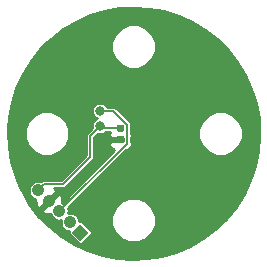
<source format=gbl>
G04 #@! TF.GenerationSoftware,KiCad,Pcbnew,5.0.2-bee76a0~70~ubuntu18.04.1*
G04 #@! TF.CreationDate,2020-10-08T15:31:19+02:00*
G04 #@! TF.ProjectId,TLI5012B,544c4935-3031-4324-922e-6b696361645f,rev?*
G04 #@! TF.SameCoordinates,Original*
G04 #@! TF.FileFunction,Copper,L2,Bot*
G04 #@! TF.FilePolarity,Positive*
%FSLAX46Y46*%
G04 Gerber Fmt 4.6, Leading zero omitted, Abs format (unit mm)*
G04 Created by KiCad (PCBNEW 5.0.2-bee76a0~70~ubuntu18.04.1) date Do 08 Okt 2020 15:31:19 CEST*
%MOMM*%
%LPD*%
G01*
G04 APERTURE LIST*
G04 #@! TA.AperFunction,Conductor*
%ADD10C,0.100000*%
G04 #@! TD*
G04 #@! TA.AperFunction,SMDPad,CuDef*
%ADD11C,0.590000*%
G04 #@! TD*
G04 #@! TA.AperFunction,ComponentPad*
%ADD12C,1.000000*%
G04 #@! TD*
G04 #@! TA.AperFunction,Conductor*
%ADD13C,1.000000*%
G04 #@! TD*
G04 #@! TA.AperFunction,ViaPad*
%ADD14C,0.800000*%
G04 #@! TD*
G04 #@! TA.AperFunction,Conductor*
%ADD15C,0.152400*%
G04 #@! TD*
G04 #@! TA.AperFunction,Conductor*
%ADD16C,0.254000*%
G04 #@! TD*
G04 APERTURE END LIST*
D10*
G04 #@! TO.N,+5V*
G04 #@! TO.C,C1*
G36*
X136861958Y-85620710D02*
X136876276Y-85622834D01*
X136890317Y-85626351D01*
X136903946Y-85631228D01*
X136917031Y-85637417D01*
X136929447Y-85644858D01*
X136941073Y-85653481D01*
X136951798Y-85663202D01*
X136961519Y-85673927D01*
X136970142Y-85685553D01*
X136977583Y-85697969D01*
X136983772Y-85711054D01*
X136988649Y-85724683D01*
X136992166Y-85738724D01*
X136994290Y-85753042D01*
X136995000Y-85767500D01*
X136995000Y-86062500D01*
X136994290Y-86076958D01*
X136992166Y-86091276D01*
X136988649Y-86105317D01*
X136983772Y-86118946D01*
X136977583Y-86132031D01*
X136970142Y-86144447D01*
X136961519Y-86156073D01*
X136951798Y-86166798D01*
X136941073Y-86176519D01*
X136929447Y-86185142D01*
X136917031Y-86192583D01*
X136903946Y-86198772D01*
X136890317Y-86203649D01*
X136876276Y-86207166D01*
X136861958Y-86209290D01*
X136847500Y-86210000D01*
X136502500Y-86210000D01*
X136488042Y-86209290D01*
X136473724Y-86207166D01*
X136459683Y-86203649D01*
X136446054Y-86198772D01*
X136432969Y-86192583D01*
X136420553Y-86185142D01*
X136408927Y-86176519D01*
X136398202Y-86166798D01*
X136388481Y-86156073D01*
X136379858Y-86144447D01*
X136372417Y-86132031D01*
X136366228Y-86118946D01*
X136361351Y-86105317D01*
X136357834Y-86091276D01*
X136355710Y-86076958D01*
X136355000Y-86062500D01*
X136355000Y-85767500D01*
X136355710Y-85753042D01*
X136357834Y-85738724D01*
X136361351Y-85724683D01*
X136366228Y-85711054D01*
X136372417Y-85697969D01*
X136379858Y-85685553D01*
X136388481Y-85673927D01*
X136398202Y-85663202D01*
X136408927Y-85653481D01*
X136420553Y-85644858D01*
X136432969Y-85637417D01*
X136446054Y-85631228D01*
X136459683Y-85626351D01*
X136473724Y-85622834D01*
X136488042Y-85620710D01*
X136502500Y-85620000D01*
X136847500Y-85620000D01*
X136861958Y-85620710D01*
X136861958Y-85620710D01*
G37*
D11*
G04 #@! TD*
G04 #@! TO.P,C1,1*
G04 #@! TO.N,+5V*
X136675000Y-85915000D03*
D10*
G04 #@! TO.N,GND*
G04 #@! TO.C,C1*
G36*
X136861958Y-86590710D02*
X136876276Y-86592834D01*
X136890317Y-86596351D01*
X136903946Y-86601228D01*
X136917031Y-86607417D01*
X136929447Y-86614858D01*
X136941073Y-86623481D01*
X136951798Y-86633202D01*
X136961519Y-86643927D01*
X136970142Y-86655553D01*
X136977583Y-86667969D01*
X136983772Y-86681054D01*
X136988649Y-86694683D01*
X136992166Y-86708724D01*
X136994290Y-86723042D01*
X136995000Y-86737500D01*
X136995000Y-87032500D01*
X136994290Y-87046958D01*
X136992166Y-87061276D01*
X136988649Y-87075317D01*
X136983772Y-87088946D01*
X136977583Y-87102031D01*
X136970142Y-87114447D01*
X136961519Y-87126073D01*
X136951798Y-87136798D01*
X136941073Y-87146519D01*
X136929447Y-87155142D01*
X136917031Y-87162583D01*
X136903946Y-87168772D01*
X136890317Y-87173649D01*
X136876276Y-87177166D01*
X136861958Y-87179290D01*
X136847500Y-87180000D01*
X136502500Y-87180000D01*
X136488042Y-87179290D01*
X136473724Y-87177166D01*
X136459683Y-87173649D01*
X136446054Y-87168772D01*
X136432969Y-87162583D01*
X136420553Y-87155142D01*
X136408927Y-87146519D01*
X136398202Y-87136798D01*
X136388481Y-87126073D01*
X136379858Y-87114447D01*
X136372417Y-87102031D01*
X136366228Y-87088946D01*
X136361351Y-87075317D01*
X136357834Y-87061276D01*
X136355710Y-87046958D01*
X136355000Y-87032500D01*
X136355000Y-86737500D01*
X136355710Y-86723042D01*
X136357834Y-86708724D01*
X136361351Y-86694683D01*
X136366228Y-86681054D01*
X136372417Y-86667969D01*
X136379858Y-86655553D01*
X136388481Y-86643927D01*
X136398202Y-86633202D01*
X136408927Y-86623481D01*
X136420553Y-86614858D01*
X136432969Y-86607417D01*
X136446054Y-86601228D01*
X136459683Y-86596351D01*
X136473724Y-86592834D01*
X136488042Y-86590710D01*
X136502500Y-86590000D01*
X136847500Y-86590000D01*
X136861958Y-86590710D01*
X136861958Y-86590710D01*
G37*
D11*
G04 #@! TD*
G04 #@! TO.P,C1,2*
G04 #@! TO.N,GND*
X136675000Y-86885000D03*
D12*
G04 #@! TO.P,J1,1*
G04 #@! TO.N,/IFC*
X133285000Y-94760000D03*
D10*
G04 #@! TD*
G04 #@! TO.N,/IFC*
G04 #@! TO.C,J1*
G36*
X133285000Y-94052893D02*
X133992107Y-94760000D01*
X133285000Y-95467107D01*
X132577893Y-94760000D01*
X133285000Y-94052893D01*
X133285000Y-94052893D01*
G37*
D12*
G04 #@! TO.P,J1,2*
G04 #@! TO.N,/IFB*
X132386974Y-93861974D03*
D13*
G04 #@! TD*
G04 #@! TO.N,/IFB*
G04 #@! TO.C,J1*
X132386974Y-93861974D02*
X132386974Y-93861974D01*
D12*
G04 #@! TO.P,J1,3*
G04 #@! TO.N,/IFA*
X131488949Y-92963949D03*
D13*
G04 #@! TD*
G04 #@! TO.N,/IFA*
G04 #@! TO.C,J1*
X131488949Y-92963949D02*
X131488949Y-92963949D01*
D12*
G04 #@! TO.P,J1,4*
G04 #@! TO.N,GND*
X130590923Y-92065923D03*
D13*
G04 #@! TD*
G04 #@! TO.N,GND*
G04 #@! TO.C,J1*
X130590923Y-92065923D02*
X130590923Y-92065923D01*
D12*
G04 #@! TO.P,J1,5*
G04 #@! TO.N,+5V*
X129692898Y-91167898D03*
D13*
G04 #@! TD*
G04 #@! TO.N,+5V*
G04 #@! TO.C,J1*
X129692898Y-91167898D02*
X129692898Y-91167898D01*
D14*
G04 #@! TO.N,+5V*
X134940000Y-85725000D03*
G04 #@! TO.N,GND*
X134940000Y-86995000D03*
G04 #@! TO.N,/IFA*
X134940000Y-84455000D03*
G04 #@! TD*
D15*
G04 #@! TO.N,+5V*
X135130000Y-85915000D02*
X134940000Y-85725000D01*
X136675000Y-85915000D02*
X135130000Y-85915000D01*
X130192897Y-90667899D02*
X131777101Y-90667899D01*
X129692898Y-91167898D02*
X130192897Y-90667899D01*
X131777101Y-90667899D02*
X134105000Y-88340000D01*
X134105000Y-88340000D02*
X134105000Y-86560000D01*
X134105000Y-86560000D02*
X134940000Y-85725000D01*
G04 #@! TO.N,GND*
X136675000Y-86885000D02*
X135050000Y-86885000D01*
X135050000Y-86885000D02*
X134940000Y-86995000D01*
G04 #@! TO.N,/IFA*
X136066900Y-84455000D02*
X134940000Y-84455000D01*
X137223610Y-85611710D02*
X136066900Y-84455000D01*
X137223610Y-87229288D02*
X137223610Y-85611710D01*
X131488949Y-92963949D02*
X137223610Y-87229288D01*
G04 #@! TD*
D16*
G04 #@! TO.N,GND*
G36*
X139119713Y-75794660D02*
X140379333Y-76031529D01*
X141601372Y-76418010D01*
X142768131Y-76948503D01*
X143862707Y-77615325D01*
X144869246Y-78408816D01*
X145773168Y-79317483D01*
X146561378Y-80328163D01*
X147222459Y-81426216D01*
X147746836Y-82595736D01*
X148126913Y-83819783D01*
X148357184Y-85080625D01*
X148434313Y-86360000D01*
X148431977Y-86583022D01*
X148328072Y-87860501D01*
X148071446Y-89116245D01*
X147665819Y-90332064D01*
X147117064Y-91490346D01*
X146433132Y-92574313D01*
X145623928Y-93568264D01*
X144701176Y-94457801D01*
X143678240Y-95230039D01*
X142569939Y-95873792D01*
X141392326Y-96379734D01*
X140162460Y-96740537D01*
X138898156Y-96950975D01*
X137617728Y-97007999D01*
X136339722Y-96910784D01*
X135082652Y-96660737D01*
X133864726Y-96261481D01*
X132703587Y-95718799D01*
X131616053Y-95040551D01*
X130617879Y-94236563D01*
X129723523Y-93318481D01*
X128945939Y-92299602D01*
X128296393Y-91194687D01*
X128284717Y-91167898D01*
X128898229Y-91167898D01*
X128958720Y-91472005D01*
X129130982Y-91729814D01*
X129388791Y-91902076D01*
X129467341Y-91917701D01*
X129464554Y-91926115D01*
X129496791Y-92367800D01*
X129603807Y-92626125D01*
X129816674Y-92660567D01*
X130411318Y-92065923D01*
X130397176Y-92051781D01*
X130576781Y-91872176D01*
X130590923Y-91886318D01*
X131185567Y-91291674D01*
X131151125Y-91078807D01*
X131017617Y-91023499D01*
X131742081Y-91023499D01*
X131777101Y-91030465D01*
X131812121Y-91023499D01*
X131915849Y-91002866D01*
X132033474Y-90924272D01*
X132053312Y-90894582D01*
X134331685Y-88616209D01*
X134361372Y-88596373D01*
X134439967Y-88478748D01*
X134460600Y-88375020D01*
X134460600Y-88375016D01*
X134467565Y-88340001D01*
X134460600Y-88304986D01*
X134460600Y-86707294D01*
X134775610Y-86392284D01*
X134804859Y-86404400D01*
X135075141Y-86404400D01*
X135324849Y-86300967D01*
X135355216Y-86270600D01*
X135799981Y-86270600D01*
X135720000Y-86463691D01*
X135720000Y-86599250D01*
X135878750Y-86758000D01*
X136548000Y-86758000D01*
X136548000Y-86738000D01*
X136802000Y-86738000D01*
X136802000Y-86758000D01*
X136868010Y-86758000D01*
X136868010Y-87012000D01*
X136802000Y-87012000D01*
X136802000Y-87032000D01*
X136548000Y-87032000D01*
X136548000Y-87012000D01*
X135878750Y-87012000D01*
X135720000Y-87170750D01*
X135720000Y-87306309D01*
X135816673Y-87539698D01*
X135995301Y-87718327D01*
X136162444Y-87787560D01*
X131732315Y-92217689D01*
X131714505Y-92214146D01*
X131717292Y-92205731D01*
X131685055Y-91764046D01*
X131578039Y-91505721D01*
X131365172Y-91471279D01*
X130770528Y-92065923D01*
X130784671Y-92080066D01*
X130605066Y-92259671D01*
X130590923Y-92245528D01*
X129996279Y-92840172D01*
X130030721Y-93053039D01*
X130289046Y-93160055D01*
X130730731Y-93192292D01*
X130739146Y-93189505D01*
X130754771Y-93268056D01*
X130927033Y-93525865D01*
X131184842Y-93698127D01*
X131412187Y-93743349D01*
X131565711Y-93743349D01*
X131617969Y-93732954D01*
X131592305Y-93861974D01*
X131652796Y-94166081D01*
X131825058Y-94423890D01*
X132082867Y-94596152D01*
X132310212Y-94641374D01*
X132321126Y-94641374D01*
X132314705Y-94650984D01*
X132293020Y-94760000D01*
X132314705Y-94869016D01*
X132376457Y-94961436D01*
X133083564Y-95668543D01*
X133175984Y-95730295D01*
X133285000Y-95751980D01*
X133394016Y-95730295D01*
X133486436Y-95668543D01*
X134193543Y-94961436D01*
X134255295Y-94869016D01*
X134276980Y-94760000D01*
X134255295Y-94650984D01*
X134193543Y-94558564D01*
X133486436Y-93851457D01*
X133394016Y-93789705D01*
X133285000Y-93768020D01*
X133175984Y-93789705D01*
X133168290Y-93794846D01*
X133121152Y-93557867D01*
X132973016Y-93336164D01*
X135905600Y-93336164D01*
X135905600Y-94083836D01*
X136191721Y-94774595D01*
X136720405Y-95303279D01*
X137411164Y-95589400D01*
X138158836Y-95589400D01*
X138849595Y-95303279D01*
X139378279Y-94774595D01*
X139664400Y-94083836D01*
X139664400Y-93336164D01*
X139378279Y-92645405D01*
X138849595Y-92116721D01*
X138158836Y-91830600D01*
X137411164Y-91830600D01*
X136720405Y-92116721D01*
X136191721Y-92645405D01*
X135905600Y-93336164D01*
X132973016Y-93336164D01*
X132948890Y-93300058D01*
X132691081Y-93127796D01*
X132463736Y-93082574D01*
X132310212Y-93082574D01*
X132257954Y-93092969D01*
X132283618Y-92963949D01*
X132235209Y-92720583D01*
X137154568Y-87801224D01*
X137354699Y-87718327D01*
X137533327Y-87539698D01*
X137630000Y-87306309D01*
X137630000Y-87170750D01*
X137579210Y-87119960D01*
X137579210Y-86650040D01*
X137630000Y-86599250D01*
X137630000Y-86463691D01*
X137579210Y-86341073D01*
X137579210Y-85986164D01*
X143255600Y-85986164D01*
X143255600Y-86733836D01*
X143541721Y-87424595D01*
X144070405Y-87953279D01*
X144761164Y-88239400D01*
X145508836Y-88239400D01*
X146199595Y-87953279D01*
X146728279Y-87424595D01*
X147014400Y-86733836D01*
X147014400Y-85986164D01*
X146728279Y-85295405D01*
X146199595Y-84766721D01*
X145508836Y-84480600D01*
X144761164Y-84480600D01*
X144070405Y-84766721D01*
X143541721Y-85295405D01*
X143255600Y-85986164D01*
X137579210Y-85986164D01*
X137579210Y-85646730D01*
X137586176Y-85611710D01*
X137558577Y-85472962D01*
X137499820Y-85385025D01*
X137499819Y-85385024D01*
X137479983Y-85355337D01*
X137450296Y-85335501D01*
X136343111Y-84228317D01*
X136323273Y-84198627D01*
X136205648Y-84120033D01*
X136101920Y-84099400D01*
X136066900Y-84092434D01*
X136031880Y-84099400D01*
X135528082Y-84099400D01*
X135515967Y-84070151D01*
X135324849Y-83879033D01*
X135075141Y-83775600D01*
X134804859Y-83775600D01*
X134555151Y-83879033D01*
X134364033Y-84070151D01*
X134260600Y-84319859D01*
X134260600Y-84590141D01*
X134364033Y-84839849D01*
X134555151Y-85030967D01*
X134697668Y-85090000D01*
X134555151Y-85149033D01*
X134364033Y-85340151D01*
X134260600Y-85589859D01*
X134260600Y-85860141D01*
X134272716Y-85889390D01*
X133878315Y-86283791D01*
X133848628Y-86303627D01*
X133828792Y-86333314D01*
X133828790Y-86333316D01*
X133770033Y-86421253D01*
X133742434Y-86560000D01*
X133749401Y-86595025D01*
X133749400Y-88192706D01*
X131629807Y-90312299D01*
X130227911Y-90312299D01*
X130192896Y-90305334D01*
X130157881Y-90312299D01*
X130157877Y-90312299D01*
X130054149Y-90332932D01*
X129936524Y-90411526D01*
X129930530Y-90420497D01*
X129769660Y-90388498D01*
X129616136Y-90388498D01*
X129388791Y-90433720D01*
X129130982Y-90605982D01*
X128958720Y-90863791D01*
X128898229Y-91167898D01*
X128284717Y-91167898D01*
X127784291Y-90019740D01*
X127417054Y-88791780D01*
X127199999Y-87528595D01*
X127136271Y-86248483D01*
X127154844Y-85986164D01*
X128555600Y-85986164D01*
X128555600Y-86733836D01*
X128841721Y-87424595D01*
X129370405Y-87953279D01*
X130061164Y-88239400D01*
X130808836Y-88239400D01*
X131499595Y-87953279D01*
X132028279Y-87424595D01*
X132314400Y-86733836D01*
X132314400Y-85986164D01*
X132028279Y-85295405D01*
X131499595Y-84766721D01*
X130808836Y-84480600D01*
X130061164Y-84480600D01*
X129370405Y-84766721D01*
X128841721Y-85295405D01*
X128555600Y-85986164D01*
X127154844Y-85986164D01*
X127226793Y-84969986D01*
X127470255Y-83711624D01*
X127863128Y-82491624D01*
X128399724Y-81327659D01*
X129072268Y-80236589D01*
X129871018Y-79234219D01*
X130478541Y-78636164D01*
X135905600Y-78636164D01*
X135905600Y-79383836D01*
X136191721Y-80074595D01*
X136720405Y-80603279D01*
X137411164Y-80889400D01*
X138158836Y-80889400D01*
X138849595Y-80603279D01*
X139378279Y-80074595D01*
X139664400Y-79383836D01*
X139664400Y-78636164D01*
X139378279Y-77945405D01*
X138849595Y-77416721D01*
X138158836Y-77130600D01*
X137411164Y-77130600D01*
X136720405Y-77416721D01*
X136191721Y-77945405D01*
X135905600Y-78636164D01*
X130478541Y-78636164D01*
X130784405Y-78335068D01*
X131799198Y-77552160D01*
X132900697Y-76896837D01*
X134072947Y-76378591D01*
X135298967Y-76004928D01*
X136560998Y-75781262D01*
X137840759Y-75710833D01*
X139119713Y-75794660D01*
X139119713Y-75794660D01*
G37*
X139119713Y-75794660D02*
X140379333Y-76031529D01*
X141601372Y-76418010D01*
X142768131Y-76948503D01*
X143862707Y-77615325D01*
X144869246Y-78408816D01*
X145773168Y-79317483D01*
X146561378Y-80328163D01*
X147222459Y-81426216D01*
X147746836Y-82595736D01*
X148126913Y-83819783D01*
X148357184Y-85080625D01*
X148434313Y-86360000D01*
X148431977Y-86583022D01*
X148328072Y-87860501D01*
X148071446Y-89116245D01*
X147665819Y-90332064D01*
X147117064Y-91490346D01*
X146433132Y-92574313D01*
X145623928Y-93568264D01*
X144701176Y-94457801D01*
X143678240Y-95230039D01*
X142569939Y-95873792D01*
X141392326Y-96379734D01*
X140162460Y-96740537D01*
X138898156Y-96950975D01*
X137617728Y-97007999D01*
X136339722Y-96910784D01*
X135082652Y-96660737D01*
X133864726Y-96261481D01*
X132703587Y-95718799D01*
X131616053Y-95040551D01*
X130617879Y-94236563D01*
X129723523Y-93318481D01*
X128945939Y-92299602D01*
X128296393Y-91194687D01*
X128284717Y-91167898D01*
X128898229Y-91167898D01*
X128958720Y-91472005D01*
X129130982Y-91729814D01*
X129388791Y-91902076D01*
X129467341Y-91917701D01*
X129464554Y-91926115D01*
X129496791Y-92367800D01*
X129603807Y-92626125D01*
X129816674Y-92660567D01*
X130411318Y-92065923D01*
X130397176Y-92051781D01*
X130576781Y-91872176D01*
X130590923Y-91886318D01*
X131185567Y-91291674D01*
X131151125Y-91078807D01*
X131017617Y-91023499D01*
X131742081Y-91023499D01*
X131777101Y-91030465D01*
X131812121Y-91023499D01*
X131915849Y-91002866D01*
X132033474Y-90924272D01*
X132053312Y-90894582D01*
X134331685Y-88616209D01*
X134361372Y-88596373D01*
X134439967Y-88478748D01*
X134460600Y-88375020D01*
X134460600Y-88375016D01*
X134467565Y-88340001D01*
X134460600Y-88304986D01*
X134460600Y-86707294D01*
X134775610Y-86392284D01*
X134804859Y-86404400D01*
X135075141Y-86404400D01*
X135324849Y-86300967D01*
X135355216Y-86270600D01*
X135799981Y-86270600D01*
X135720000Y-86463691D01*
X135720000Y-86599250D01*
X135878750Y-86758000D01*
X136548000Y-86758000D01*
X136548000Y-86738000D01*
X136802000Y-86738000D01*
X136802000Y-86758000D01*
X136868010Y-86758000D01*
X136868010Y-87012000D01*
X136802000Y-87012000D01*
X136802000Y-87032000D01*
X136548000Y-87032000D01*
X136548000Y-87012000D01*
X135878750Y-87012000D01*
X135720000Y-87170750D01*
X135720000Y-87306309D01*
X135816673Y-87539698D01*
X135995301Y-87718327D01*
X136162444Y-87787560D01*
X131732315Y-92217689D01*
X131714505Y-92214146D01*
X131717292Y-92205731D01*
X131685055Y-91764046D01*
X131578039Y-91505721D01*
X131365172Y-91471279D01*
X130770528Y-92065923D01*
X130784671Y-92080066D01*
X130605066Y-92259671D01*
X130590923Y-92245528D01*
X129996279Y-92840172D01*
X130030721Y-93053039D01*
X130289046Y-93160055D01*
X130730731Y-93192292D01*
X130739146Y-93189505D01*
X130754771Y-93268056D01*
X130927033Y-93525865D01*
X131184842Y-93698127D01*
X131412187Y-93743349D01*
X131565711Y-93743349D01*
X131617969Y-93732954D01*
X131592305Y-93861974D01*
X131652796Y-94166081D01*
X131825058Y-94423890D01*
X132082867Y-94596152D01*
X132310212Y-94641374D01*
X132321126Y-94641374D01*
X132314705Y-94650984D01*
X132293020Y-94760000D01*
X132314705Y-94869016D01*
X132376457Y-94961436D01*
X133083564Y-95668543D01*
X133175984Y-95730295D01*
X133285000Y-95751980D01*
X133394016Y-95730295D01*
X133486436Y-95668543D01*
X134193543Y-94961436D01*
X134255295Y-94869016D01*
X134276980Y-94760000D01*
X134255295Y-94650984D01*
X134193543Y-94558564D01*
X133486436Y-93851457D01*
X133394016Y-93789705D01*
X133285000Y-93768020D01*
X133175984Y-93789705D01*
X133168290Y-93794846D01*
X133121152Y-93557867D01*
X132973016Y-93336164D01*
X135905600Y-93336164D01*
X135905600Y-94083836D01*
X136191721Y-94774595D01*
X136720405Y-95303279D01*
X137411164Y-95589400D01*
X138158836Y-95589400D01*
X138849595Y-95303279D01*
X139378279Y-94774595D01*
X139664400Y-94083836D01*
X139664400Y-93336164D01*
X139378279Y-92645405D01*
X138849595Y-92116721D01*
X138158836Y-91830600D01*
X137411164Y-91830600D01*
X136720405Y-92116721D01*
X136191721Y-92645405D01*
X135905600Y-93336164D01*
X132973016Y-93336164D01*
X132948890Y-93300058D01*
X132691081Y-93127796D01*
X132463736Y-93082574D01*
X132310212Y-93082574D01*
X132257954Y-93092969D01*
X132283618Y-92963949D01*
X132235209Y-92720583D01*
X137154568Y-87801224D01*
X137354699Y-87718327D01*
X137533327Y-87539698D01*
X137630000Y-87306309D01*
X137630000Y-87170750D01*
X137579210Y-87119960D01*
X137579210Y-86650040D01*
X137630000Y-86599250D01*
X137630000Y-86463691D01*
X137579210Y-86341073D01*
X137579210Y-85986164D01*
X143255600Y-85986164D01*
X143255600Y-86733836D01*
X143541721Y-87424595D01*
X144070405Y-87953279D01*
X144761164Y-88239400D01*
X145508836Y-88239400D01*
X146199595Y-87953279D01*
X146728279Y-87424595D01*
X147014400Y-86733836D01*
X147014400Y-85986164D01*
X146728279Y-85295405D01*
X146199595Y-84766721D01*
X145508836Y-84480600D01*
X144761164Y-84480600D01*
X144070405Y-84766721D01*
X143541721Y-85295405D01*
X143255600Y-85986164D01*
X137579210Y-85986164D01*
X137579210Y-85646730D01*
X137586176Y-85611710D01*
X137558577Y-85472962D01*
X137499820Y-85385025D01*
X137499819Y-85385024D01*
X137479983Y-85355337D01*
X137450296Y-85335501D01*
X136343111Y-84228317D01*
X136323273Y-84198627D01*
X136205648Y-84120033D01*
X136101920Y-84099400D01*
X136066900Y-84092434D01*
X136031880Y-84099400D01*
X135528082Y-84099400D01*
X135515967Y-84070151D01*
X135324849Y-83879033D01*
X135075141Y-83775600D01*
X134804859Y-83775600D01*
X134555151Y-83879033D01*
X134364033Y-84070151D01*
X134260600Y-84319859D01*
X134260600Y-84590141D01*
X134364033Y-84839849D01*
X134555151Y-85030967D01*
X134697668Y-85090000D01*
X134555151Y-85149033D01*
X134364033Y-85340151D01*
X134260600Y-85589859D01*
X134260600Y-85860141D01*
X134272716Y-85889390D01*
X133878315Y-86283791D01*
X133848628Y-86303627D01*
X133828792Y-86333314D01*
X133828790Y-86333316D01*
X133770033Y-86421253D01*
X133742434Y-86560000D01*
X133749401Y-86595025D01*
X133749400Y-88192706D01*
X131629807Y-90312299D01*
X130227911Y-90312299D01*
X130192896Y-90305334D01*
X130157881Y-90312299D01*
X130157877Y-90312299D01*
X130054149Y-90332932D01*
X129936524Y-90411526D01*
X129930530Y-90420497D01*
X129769660Y-90388498D01*
X129616136Y-90388498D01*
X129388791Y-90433720D01*
X129130982Y-90605982D01*
X128958720Y-90863791D01*
X128898229Y-91167898D01*
X128284717Y-91167898D01*
X127784291Y-90019740D01*
X127417054Y-88791780D01*
X127199999Y-87528595D01*
X127136271Y-86248483D01*
X127154844Y-85986164D01*
X128555600Y-85986164D01*
X128555600Y-86733836D01*
X128841721Y-87424595D01*
X129370405Y-87953279D01*
X130061164Y-88239400D01*
X130808836Y-88239400D01*
X131499595Y-87953279D01*
X132028279Y-87424595D01*
X132314400Y-86733836D01*
X132314400Y-85986164D01*
X132028279Y-85295405D01*
X131499595Y-84766721D01*
X130808836Y-84480600D01*
X130061164Y-84480600D01*
X129370405Y-84766721D01*
X128841721Y-85295405D01*
X128555600Y-85986164D01*
X127154844Y-85986164D01*
X127226793Y-84969986D01*
X127470255Y-83711624D01*
X127863128Y-82491624D01*
X128399724Y-81327659D01*
X129072268Y-80236589D01*
X129871018Y-79234219D01*
X130478541Y-78636164D01*
X135905600Y-78636164D01*
X135905600Y-79383836D01*
X136191721Y-80074595D01*
X136720405Y-80603279D01*
X137411164Y-80889400D01*
X138158836Y-80889400D01*
X138849595Y-80603279D01*
X139378279Y-80074595D01*
X139664400Y-79383836D01*
X139664400Y-78636164D01*
X139378279Y-77945405D01*
X138849595Y-77416721D01*
X138158836Y-77130600D01*
X137411164Y-77130600D01*
X136720405Y-77416721D01*
X136191721Y-77945405D01*
X135905600Y-78636164D01*
X130478541Y-78636164D01*
X130784405Y-78335068D01*
X131799198Y-77552160D01*
X132900697Y-76896837D01*
X134072947Y-76378591D01*
X135298967Y-76004928D01*
X136560998Y-75781262D01*
X137840759Y-75710833D01*
X139119713Y-75794660D01*
G04 #@! TD*
M02*

</source>
